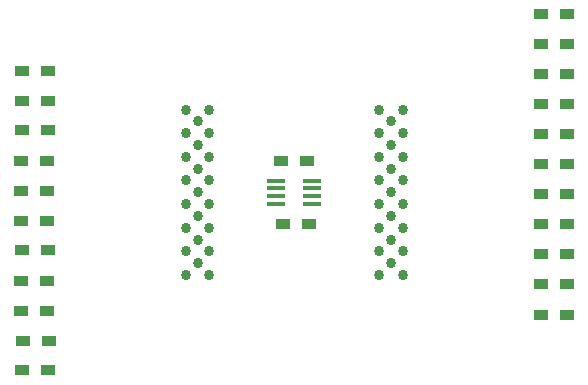
<source format=gbp>
G04 #@! TF.FileFunction,Paste,Bot*
%FSLAX46Y46*%
G04 Gerber Fmt 4.6, Leading zero omitted, Abs format (unit mm)*
G04 Created by KiCad (PCBNEW 4.0.1-stable) date 2/18/2017 12:31:51 AM*
%MOMM*%
G01*
G04 APERTURE LIST*
%ADD10C,0.100000*%
%ADD11C,0.860000*%
%ADD12R,1.200000X0.900000*%
%ADD13R,1.500000X0.350000*%
G04 APERTURE END LIST*
D10*
D11*
X7200000Y7000000D03*
X-7200000Y7000000D03*
X-9200000Y7000000D03*
X-8200000Y6000000D03*
X-7200000Y5000000D03*
X-9200000Y5000000D03*
X-8200000Y4000000D03*
X-7200000Y3000000D03*
X-9200000Y3000000D03*
X-8200000Y2000000D03*
X-7200000Y1000000D03*
X-9200000Y1000000D03*
X-8200000Y0D03*
X-9200000Y-1000000D03*
X-7200000Y-1000000D03*
X-8200000Y-2000000D03*
X-9200000Y-3000000D03*
X-7200000Y-3000000D03*
X-8200000Y-4000000D03*
X-9200000Y-5000000D03*
X-7200000Y-5000000D03*
X-8200000Y-6000000D03*
X-9200000Y-7000000D03*
X-7200000Y-7000000D03*
X9200000Y7000000D03*
X8200000Y6000000D03*
X7200000Y5000000D03*
X9200000Y5000000D03*
X8200000Y4000000D03*
X7200000Y3000000D03*
X9200000Y3000000D03*
X8200000Y2000000D03*
X7200000Y1000000D03*
X9200000Y1000000D03*
X8200000Y0D03*
X9200000Y-1000000D03*
X7200000Y-1000000D03*
X8200000Y-2000000D03*
X9200000Y-3000000D03*
X7200000Y-3000000D03*
X8200000Y-4000000D03*
X9200000Y-5000000D03*
X7200000Y-5000000D03*
X8200000Y-6000000D03*
X9200000Y-7000000D03*
X7200000Y-7000000D03*
D12*
X1100000Y2667000D03*
X-1100000Y2667000D03*
X-973000Y-2667000D03*
X1227000Y-2667000D03*
X-23045600Y10287000D03*
X-20845600Y10287000D03*
X-23045600Y7721600D03*
X-20845600Y7721600D03*
X-23071000Y5257800D03*
X-20871000Y5257800D03*
X-23134500Y2679700D03*
X-20934500Y2679700D03*
X-23106560Y121920D03*
X-20906560Y121920D03*
X-23106560Y-2397760D03*
X-20906560Y-2397760D03*
X-23091320Y-4912360D03*
X-20891320Y-4912360D03*
X-23121800Y-7472680D03*
X-20921800Y-7472680D03*
X-23137040Y-10012680D03*
X-20937040Y-10012680D03*
X-22984640Y-12573000D03*
X-20784640Y-12573000D03*
X-23076080Y-15087600D03*
X-20876080Y-15087600D03*
X20900000Y15100000D03*
X23100000Y15100000D03*
X20875000Y12575000D03*
X23075000Y12575000D03*
X20875000Y10050000D03*
X23075000Y10050000D03*
X20875000Y7500000D03*
X23075000Y7500000D03*
X20850000Y4900000D03*
X23050000Y4900000D03*
X20850000Y2375000D03*
X23050000Y2375000D03*
X20875000Y-175000D03*
X23075000Y-175000D03*
X20875000Y-2725000D03*
X23075000Y-2725000D03*
X20875000Y-5225000D03*
X23075000Y-5225000D03*
X20875000Y-7750000D03*
X23075000Y-7750000D03*
X20875000Y-10350000D03*
X23075000Y-10350000D03*
D13*
X-1525000Y975000D03*
X-1525000Y325000D03*
X-1525000Y-325000D03*
X-1525000Y-975000D03*
X1525000Y-975000D03*
X1525000Y-325000D03*
X1525000Y325000D03*
X1525000Y975000D03*
M02*

</source>
